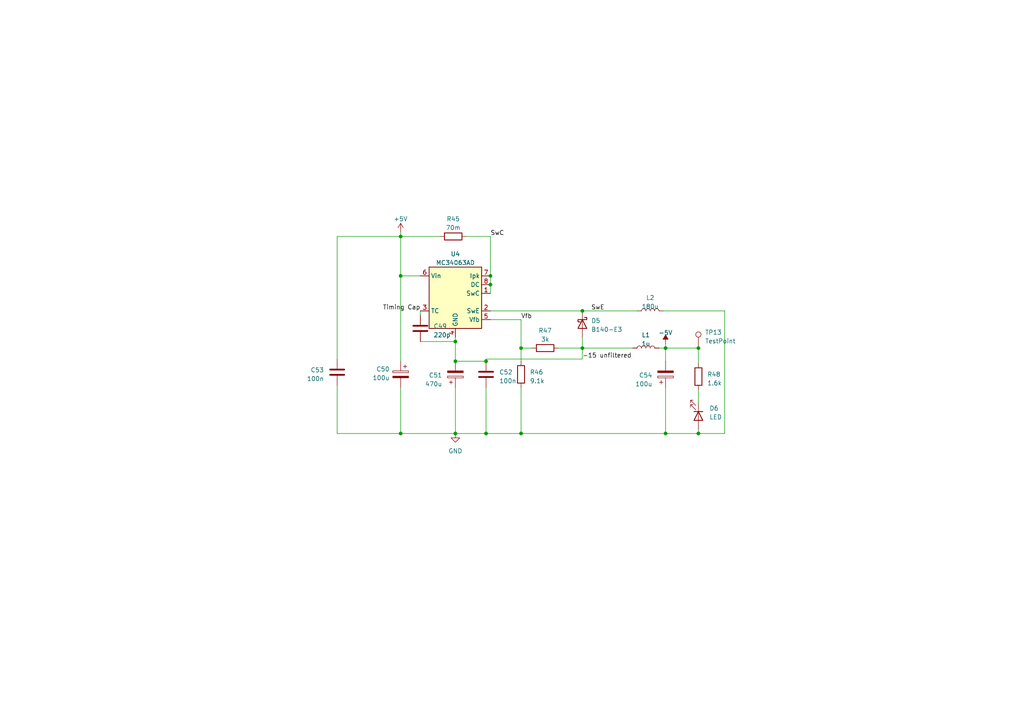
<source format=kicad_sch>
(kicad_sch (version 20230121) (generator eeschema)
  (paper "A4")
  (lib_symbols
    (symbol "Connector:TestPoint" (pin_numbers hide) (pin_names (offset 0.762) hide)
      (property "Reference" "TP" (at 0 6.858 0))
      (property "Value" "TestPoint" (at 0 5.08 0))
      (symbol "TestPoint_0_1"
        (circle (center 0 3.302) (radius 0.762))
      )
      (symbol "TestPoint_1_1"
        (pin passive line (at 0 0 90) (length 2.54) (name "1") (number "1"))
      )
    )
    (symbol "Device:C" (pin_numbers hide) (pin_names (offset 0.254))
      (property "Reference" "C" (at 0.635 2.54 0))
      (property "Value" "C" (at 0.635 -2.54 0))
      (symbol "C_0_1"
        (polyline (pts (xy -2.032 -0.762) (xy 2.032 -0.762)) (stroke (width 0.508)))
        (polyline (pts (xy -2.032 0.762) (xy 2.032 0.762)) (stroke (width 0.508)))
      )
      (symbol "C_1_1"
        (pin passive line (at 0 3.81 270) (length 2.794) (name "~") (number "1"))
        (pin passive line (at 0 -3.81 90) (length 2.794) (name "~") (number "2"))
      )
    )
    (symbol "Device:C_Polarized" (pin_numbers hide) (pin_names (offset 0.254))
      (property "Reference" "C" (at 0.635 2.54 0))
      (property "Value" "C_Polarized" (at 0.635 -2.54 0))
      (symbol "C_Polarized_0_1"
        (rectangle (start -2.286 0.508) (end 2.286 1.016))
        (polyline (pts (xy -1.778 2.286) (xy -0.762 2.286)))
        (polyline (pts (xy -1.27 2.794) (xy -1.27 1.778)))
        (rectangle (start 2.286 -0.508) (end -2.286 -1.016) (fill (type outline)))
      )
      (symbol "C_Polarized_1_1"
        (pin passive line (at 0 3.81 270) (length 2.794) (name "~") (number "1"))
        (pin passive line (at 0 -3.81 90) (length 2.794) (name "~") (number "2"))
      )
    )
    (symbol "Device:L" (pin_numbers hide) (pin_names (offset 1.016) hide)
      (property "Reference" "L" (at -1.27 0 90))
      (property "Value" "L" (at 1.905 0 90))
      (symbol "L_0_1"
        (arc (start 0 -2.54) (mid 0.6323 -1.905) (end 0 -1.27))
        (arc (start 0 -1.27) (mid 0.6323 -0.635) (end 0 0))
        (arc (start 0 0) (mid 0.6323 0.635) (end 0 1.27))
        (arc (start 0 1.27) (mid 0.6323 1.905) (end 0 2.54))
      )
      (symbol "L_1_1"
        (pin passive line (at 0 3.81 270) (length 1.27) (name "1") (number "1"))
        (pin passive line (at 0 -3.81 90) (length 1.27) (name "2") (number "2"))
      )
    )
    (symbol "Device:LED" (pin_numbers hide) (pin_names (offset 1.016) hide)
      (property "Reference" "D" (at 0 2.54 0))
      (property "Value" "LED" (at 0 -2.54 0))
      (symbol "LED_0_1"
        (polyline (pts (xy -1.27 -1.27) (xy -1.27 1.27)) (stroke (width 0.254)))
        (polyline (pts (xy -1.27 0) (xy 1.27 0)))
        (polyline (pts (xy 1.27 -1.27) (xy 1.27 1.27) (xy -1.27 0) (xy 1.27 -1.27)) (stroke (width 0.254)))
        (polyline (pts (xy -3.048 -0.762) (xy -4.572 -2.286) (xy -3.81 -2.286) (xy -4.572 -2.286) (xy -4.572 -1.524)))
        (polyline (pts (xy -1.778 -0.762) (xy -3.302 -2.286) (xy -2.54 -2.286) (xy -3.302 -2.286) (xy -3.302 -1.524)))
      )
      (symbol "LED_1_1"
        (pin passive line (at -3.81 0 0) (length 2.54) (name "K") (number "1"))
        (pin passive line (at 3.81 0 180) (length 2.54) (name "A") (number "2"))
      )
    )
    (symbol "Device:R" (pin_numbers hide) (pin_names (offset 0))
      (property "Reference" "R" (at 2.032 0 90))
      (property "Value" "R" (at 0 0 90))
      (symbol "R_0_1"
        (rectangle (start -1.016 -2.54) (end 1.016 2.54) (stroke (width 0.254)))
      )
      (symbol "R_1_1"
        (pin passive line (at 0 3.81 270) (length 1.27) (name "~") (number "1"))
        (pin passive line (at 0 -3.81 90) (length 1.27) (name "~") (number "2"))
      )
    )
    (symbol "Diode:B140-E3" (pin_numbers hide) (pin_names hide)
      (property "Reference" "D" (at 0 2.54 0))
      (property "Value" "B140-E3" (at 0 -2.54 0))
      (symbol "B140-E3_0_1"
        (polyline (pts (xy 1.27 0) (xy -1.27 0)))
        (polyline (pts (xy 1.27 1.27) (xy 1.27 -1.27) (xy -1.27 0) (xy 1.27 1.27)) (stroke (width 0.254)))
        (polyline (pts (xy -1.905 0.635) (xy -1.905 1.27) (xy -1.27 1.27) (xy -1.27 -1.27) (xy -0.635 -1.27) (xy -0.635 -0.635)) (stroke (width 0.254)))
      )
      (symbol "B140-E3_1_1"
        (pin passive line (at -3.81 0 0) (length 2.54) (name "K") (number "1"))
        (pin passive line (at 3.81 0 180) (length 2.54) (name "A") (number "2"))
      )
    )
    (symbol "Regulator_Switching:MC34063AD"
      (property "Reference" "U" (at -7.62 8.89 0))
      (property "Value" "MC34063AD" (at 0 8.89 0))
      (symbol "MC34063AD_0_1"
        (rectangle (start -7.62 7.62) (end 7.62 -10.16) (stroke (width 0.254)) (fill (type background)))
      )
      (symbol "MC34063AD_1_1"
        (pin open_collector line (at 10.16 0 180) (length 2.54) (name "SwC") (number "1"))
        (pin open_emitter line (at 10.16 -5.08 180) (length 2.54) (name "SwE") (number "2"))
        (pin passive line (at -10.16 -5.08 0) (length 2.54) (name "TC") (number "3"))
        (pin power_in line (at 0 -12.7 90) (length 2.54) (name "GND") (number "4"))
        (pin input line (at 10.16 -7.62 180) (length 2.54) (name "Vfb") (number "5"))
        (pin power_in line (at -10.16 5.08 0) (length 2.54) (name "Vin") (number "6"))
        (pin input line (at 10.16 5.08 180) (length 2.54) (name "Ipk") (number "7"))
        (pin open_collector line (at 10.16 2.54 180) (length 2.54) (name "DC") (number "8"))
      )
    )
    (symbol "power:+5V" (power) (pin_names (offset 0))
      (property "Value" "+5V" (at 0 3.556 0))
      (symbol "+5V_0_1"
        (polyline (pts (xy -0.762 1.27) (xy 0 2.54)))
        (polyline (pts (xy 0 0) (xy 0 2.54)))
        (polyline (pts (xy 0 2.54) (xy 0.762 1.27)))
      )
      (symbol "+5V_1_1"
        (pin power_in line (at 0 0 90) (length 0) hide (name "+5V") (number "1"))
      )
    )
    (symbol "power:-5V" (power) (pin_names (offset 0))
      (property "Value" "-5V" (at 0 3.81 0))
      (symbol "-5V_0_0"
        (pin power_in line (at 0 0 90) (length 0) hide (name "-5V") (number "1"))
      )
      (symbol "-5V_0_1"
        (polyline (pts (xy 0 0) (xy 0 1.27) (xy 0.762 1.27) (xy 0 2.54) (xy -0.762 1.27) (xy 0 1.27)) (fill (type outline)))
      )
    )
    (symbol "power:GND" (power) (pin_names (offset 0))
      (property "Value" "GND" (at 0 -3.81 0))
      (symbol "GND_0_1"
        (polyline (pts (xy 0 0) (xy 0 -1.27) (xy 1.27 -1.27) (xy 0 -2.54) (xy -1.27 -1.27) (xy 0 -1.27)))
      )
      (symbol "GND_1_1"
        (pin power_in line (at 0 0 270) (length 0) hide (name "GND") (number "1"))
      )
    )
  )
  (junction (at 140.97 125.73))
  (junction (at 202.565 125.73))
  (junction (at 151.13 100.965))
  (junction (at 193.04 100.965))
  (junction (at 142.24 80.01))
  (junction (at 168.91 100.965))
  (junction (at 140.97 104.775))
  (junction (at 116.205 80.01))
  (junction (at 132.08 99.06))
  (junction (at 202.565 100.965))
  (junction (at 168.91 90.17))
  (junction (at 132.08 125.73))
  (junction (at 132.08 104.775))
  (junction (at 193.04 125.73))
  (junction (at 116.205 125.73))
  (junction (at 142.24 82.55))
  (junction (at 151.13 125.73))
  (junction (at 116.205 68.58))
  (wire (pts (xy 202.565 100.33) (xy 202.565 100.965)))
  (wire (pts (xy 202.565 125.73) (xy 210.185 125.73)))
  (wire (pts (xy 168.91 90.17) (xy 184.785 90.17)))
  (wire (pts (xy 116.205 68.58) (xy 116.205 80.01)))
  (wire (pts (xy 202.565 125.73) (xy 193.04 125.73)))
  (wire (pts (xy 193.04 100.965) (xy 193.04 104.775)))
  (wire (pts (xy 192.405 90.17) (xy 210.185 90.17)))
  (wire (pts (xy 161.925 100.965) (xy 168.91 100.965)))
  (wire (pts (xy 202.565 100.965) (xy 202.565 105.41)))
  (wire (pts (xy 193.04 125.73) (xy 151.13 125.73)))
  (wire (pts (xy 116.205 68.58) (xy 97.79 68.58)))
  (wire (pts (xy 116.205 80.01) (xy 116.205 104.775)))
  (wire (pts (xy 116.205 67.31) (xy 116.205 68.58)))
  (wire (pts (xy 140.97 112.395) (xy 140.97 125.73)))
  (wire (pts (xy 142.24 80.01) (xy 142.24 82.55)))
  (wire (pts (xy 97.79 68.58) (xy 97.79 104.14)))
  (wire (pts (xy 97.79 125.73) (xy 116.205 125.73)))
  (wire (pts (xy 191.135 100.965) (xy 193.04 100.965)))
  (wire (pts (xy 151.13 112.395) (xy 151.13 125.73)))
  (wire (pts (xy 168.91 104.14) (xy 168.91 100.965)))
  (wire (pts (xy 135.255 68.58) (xy 142.24 68.58)))
  (wire (pts (xy 151.13 100.965) (xy 154.305 100.965)))
  (wire (pts (xy 142.24 68.58) (xy 142.24 80.01)))
  (wire (pts (xy 140.97 104.14) (xy 140.97 104.775)))
  (wire (pts (xy 132.08 99.06) (xy 132.08 97.79)))
  (wire (pts (xy 202.565 113.03) (xy 202.565 116.84)))
  (wire (pts (xy 168.91 100.965) (xy 183.515 100.965)))
  (wire (pts (xy 202.565 124.46) (xy 202.565 125.73)))
  (wire (pts (xy 132.08 104.775) (xy 140.97 104.775)))
  (wire (pts (xy 121.92 90.17) (xy 121.92 91.44)))
  (wire (pts (xy 142.24 82.55) (xy 142.24 85.09)))
  (wire (pts (xy 140.97 125.73) (xy 132.08 125.73)))
  (wire (pts (xy 116.205 80.01) (xy 121.92 80.01)))
  (wire (pts (xy 210.185 90.17) (xy 210.185 125.73)))
  (wire (pts (xy 151.13 100.965) (xy 151.13 104.775)))
  (wire (pts (xy 168.91 100.965) (xy 168.91 97.79)))
  (wire (pts (xy 168.91 104.14) (xy 140.97 104.14)))
  (wire (pts (xy 193.04 112.395) (xy 193.04 125.73)))
  (wire (pts (xy 116.205 112.395) (xy 116.205 125.73)))
  (wire (pts (xy 132.08 112.395) (xy 132.08 125.73)))
  (wire (pts (xy 127.635 68.58) (xy 116.205 68.58)))
  (wire (pts (xy 132.08 99.06) (xy 132.08 104.775)))
  (wire (pts (xy 142.24 90.17) (xy 168.91 90.17)))
  (wire (pts (xy 151.13 92.71) (xy 151.13 100.965)))
  (wire (pts (xy 121.92 99.06) (xy 132.08 99.06)))
  (wire (pts (xy 97.79 111.76) (xy 97.79 125.73)))
  (wire (pts (xy 193.04 99.695) (xy 193.04 100.965)))
  (wire (pts (xy 193.04 100.965) (xy 202.565 100.965)))
  (wire (pts (xy 142.24 92.71) (xy 151.13 92.71)))
  (wire (pts (xy 151.13 125.73) (xy 140.97 125.73)))
  (wire (pts (xy 116.205 125.73) (xy 132.08 125.73)))
  (label "-15 unfiltered" (at 168.91 104.14 0))
  (label "Timing Cap" (at 121.92 90.17 180))
  (label "SwC" (at 142.24 68.58 0))
  (label "Vfb" (at 151.13 92.71 0))
  (label "SwE" (at 171.45 90.17 0))
  (symbol (lib_id "Device:R") (at 151.13 108.585 180) (unit 1)
    (property "Reference" "R46" (at 153.67 107.95 0) (effects (justify right)))
    (property "Value" "9.1k" (at 153.67 110.49 0) (effects (justify right)))
  )
  (symbol (lib_id "Device:C") (at 97.79 107.95 0) (mirror y) (unit 1)
    (property "Reference" "C53" (at 93.98 107.315 0) (effects (justify left)))
    (property "Value" "100n" (at 93.98 109.855 0) (effects (justify left)))
  )
  (symbol (lib_id "Device:R") (at 131.445 68.58 90) (unit 1)
    (property "Reference" "R45" (at 131.445 63.5 90))
    (property "Value" "70m" (at 131.445 66.04 90))
  )
  (symbol (lib_id "Device:C_Polarized") (at 132.08 108.585 0) (mirror x) (unit 1)
    (property "Reference" "C51" (at 128.27 108.839 0) (effects (justify right)))
    (property "Value" "470u" (at 128.27 111.379 0) (effects (justify right)))
  )
  (symbol (lib_id "Device:C") (at 140.97 108.585 0) (unit 1)
    (property "Reference" "C52" (at 144.78 107.95 0) (effects (justify left)))
    (property "Value" "100n" (at 144.78 110.49 0) (effects (justify left)))
  )
  (symbol (lib_id "Device:R") (at 158.115 100.965 270) (unit 1)
    (property "Reference" "R47" (at 158.115 95.885 90))
    (property "Value" "3k" (at 158.115 98.425 90))
  )
  (symbol (lib_id "Connector:TestPoint") (at 202.565 100.33 0) (unit 1)
    (property "Reference" "TP13" (at 204.47 96.393 0) (effects (justify left)))
    (property "Value" "TestPoint" (at 204.47 98.933 0) (effects (justify left)))
  )
  (symbol (lib_id "power:GND") (at 132.08 125.73 0) (unit 1)
    (property "Reference" "#PWR058" (effects hide))
    (property "Value" "GND" (at 132.08 130.81 0))
  )
  (symbol (lib_id "Regulator_Switching:MC34063AD") (at 132.08 85.09 0) (unit 1)
    (property "Reference" "U4" (at 132.08 73.66 0))
    (property "Value" "MC34063AD" (at 132.08 76.2 0))
    (property "Footprint" "Package_SO:SOIC-8_3.9x4.9mm_P1.27mm" (effects hide))
    (property "Datasheet" "http://www.onsemi.com/pub_link/Collateral/MC34063A-D.PDF" (effects hide))
  )
  (symbol (lib_id "Device:C") (at 121.92 95.25 0) (unit 1)
    (property "Reference" "C49" (at 125.73 94.615 0) (effects (justify left)))
    (property "Value" "220p" (at 125.73 97.155 0) (effects (justify left)))
  )
  (symbol (lib_id "power:+5V") (at 116.205 67.31 0) (unit 1)
    (property "Reference" "#PWR059" (effects hide))
    (property "Value" "+5V" (at 116.205 63.5 0))
  )
  (symbol (lib_id "Device:C_Polarized") (at 193.04 108.585 0) (mirror x) (unit 1)
    (property "Reference" "C54" (at 189.23 108.839 0) (effects (justify right)))
    (property "Value" "100u" (at 189.23 111.379 0) (effects (justify right)))
  )
  (symbol (lib_id "Device:LED") (at 202.565 120.65 270) (unit 1)
    (property "Reference" "D6" (at 205.74 118.4275 90) (effects (justify left)))
    (property "Value" "LED" (at 205.74 120.9675 90) (effects (justify left)))
  )
  (symbol (lib_id "Diode:B140-E3") (at 168.91 93.98 270) (unit 1)
    (property "Reference" "D5" (at 171.45 93.0275 90) (effects (justify left)))
    (property "Value" "B140-E3" (at 171.45 95.5675 90) (effects (justify left)))
    (property "Footprint" "Diode_SMD:D_SMA" (effects hide))
    (property "Datasheet" "http://www.vishay.com/docs/88946/b120.pdf" (effects hide))
  )
  (symbol (lib_id "Device:L") (at 188.595 90.17 90) (unit 1)
    (property "Reference" "L2" (at 188.595 86.36 90))
    (property "Value" "180u" (at 188.595 88.9 90))
  )
  (symbol (lib_id "Device:L") (at 187.325 100.965 90) (unit 1)
    (property "Reference" "L1" (at 187.325 97.155 90))
    (property "Value" "1u" (at 187.325 99.695 90))
  )
  (symbol (lib_id "Device:C_Polarized") (at 116.205 108.585 0) (mirror y) (unit 1)
    (property "Reference" "C50" (at 113.03 107.061 0) (effects (justify left)))
    (property "Value" "100u" (at 113.03 109.601 0) (effects (justify left)))
  )
  (symbol (lib_id "Device:R") (at 202.565 109.22 0) (unit 1)
    (property "Reference" "R48" (at 205.105 108.585 0) (effects (justify left)))
    (property "Value" "1.6k" (at 205.105 111.125 0) (effects (justify left)))
  )
  (symbol (lib_id "power:-5V") (at 193.04 99.695 0) (unit 1)
    (property "Reference" "#PWR060" (effects hide))
    (property "Value" "-5V" (at 193.04 96.52 0))
  )
)
</source>
